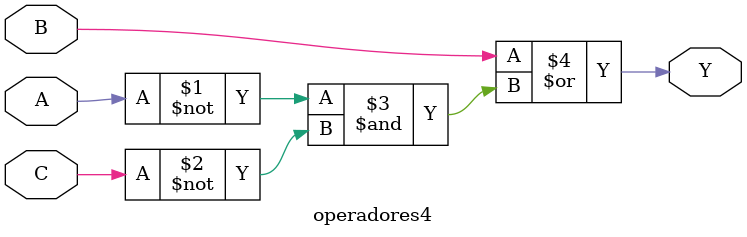
<source format=v>


module gateLevel1(input wire A, B, C, output wire Y);

  wire notA, notC, notB, w1, w2, w3;

  not (notA, A);
  not (notB, B);
  not (notC, C);
  and (w1, notA, notC);
  and  (w2, A, notB);
  and (w3, A, C);
  or  (Y, w1, w2, w3);

endmodule

// Y = (B')

module gateLevel2(input wire A, B, C, output wire Y);

  not (Y, B);

endmodule

// Ecuación tabla 3, ejercicio 1

module gateLevel3(input wire A, B, C, D, output wire Y);

  wire notA, notC, notB, w1, w2, w3;

  not (notA, A);
  not (notB, B);
  not (notC, C);
  not (notD, D);
  and (w1, notA, notB, notC, notD);
  and  (w2, notA, notB, C, D);
  and (w3, notA, B, notC, D);
  and (w4, notA, B, C, notD);
  and (w5, A, notB, notC, D);
  and (w6, A, notB, C, notD);
  and (w7, A, B, notC, notD);
  and (w8, A, B, C, D);
  or  (Y, w1, w2, w3, w4, w5, w6, w7, w8);

endmodule

// Y = (A * D') + (B * D) + (A * C)

module gateLevel4(input wire A, B, C, D, output wire Y);

  wire notD, w1, w2, w3;

  not (notD, D);
  and (w1, A, notD);
  and  (w2, B, D);
  and (w3, A, C);
  or  (Y, w1, w2, w3);

endmodule


// BEHAVIORAL MODELING EJERCICIO 2

// Y = (B' * C' * D') + (A * C') + (A * D') + (A * B')

module operadores1(input wire A, B, C, D, output wire Y);

  assign Y = (~B & ~C & ~D) | (A & ~C) | (A & ~D) | (A & ~B);

endmodule

// Y = (B' + C)

module operadores2(input wire A, B, C, output wire Y);

  assign Y = (~B  | C);

endmodule

// Y = B + (C' * D) + (A * D)

module operadores3(input wire A, B, C, D, output wire Y);

  assign Y = B | (~C & D) | (A & D);

endmodule

// Y = B + (A' * C')

module operadores4(input wire A, B, C, output wire Y);

  assign Y = B | (~A & ~C);

endmodule

</source>
